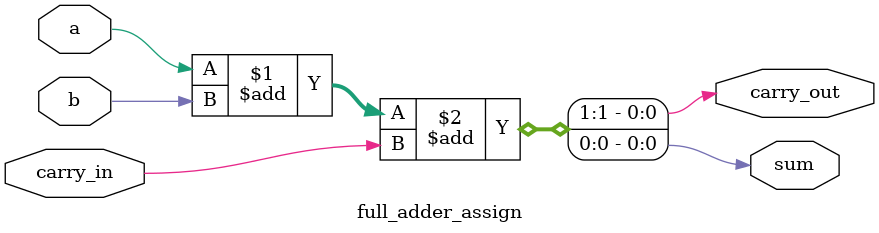
<source format=v>
module full_adder_assign(a, b, carry_in, sum, carry_out);
    input a, b, carry_in;
    output sum, carry_out;

    assign #(24) {carry_out, sum} = a + b + carry_in;
endmodule

</source>
